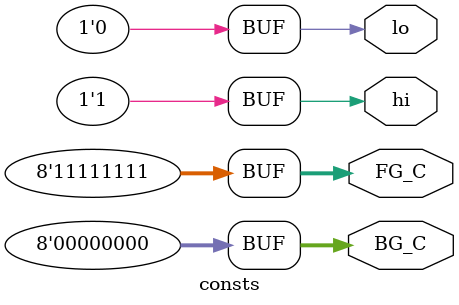
<source format=v>
`timescale 1ns / 1ps


module consts #(
    parameter FG_COL = 8'hFF,
    parameter BG_COL = 8'h00
    )(
    output [7:0] FG_C,
    output [7:0] BG_C,
    output hi,
    output lo
    );
    
    assign FG_C = FG_COL;
    assign BG_C = BG_COL;
    assign hi = 1'b1;
    assign lo = 1'b0;
    
endmodule

</source>
